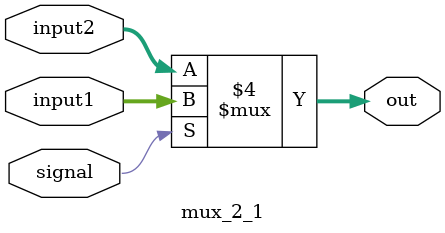
<source format=v>
`timescale 1ns/10ps

module mux_2_1 (
input [31:0] input1, 
input [31:0] input2, 
input signal, 
output reg [31:0] out);
 
always@(signal)
begin
		if (signal==0)
			out <= input2;
		else
			out <= input1;
end
endmodule
</source>
